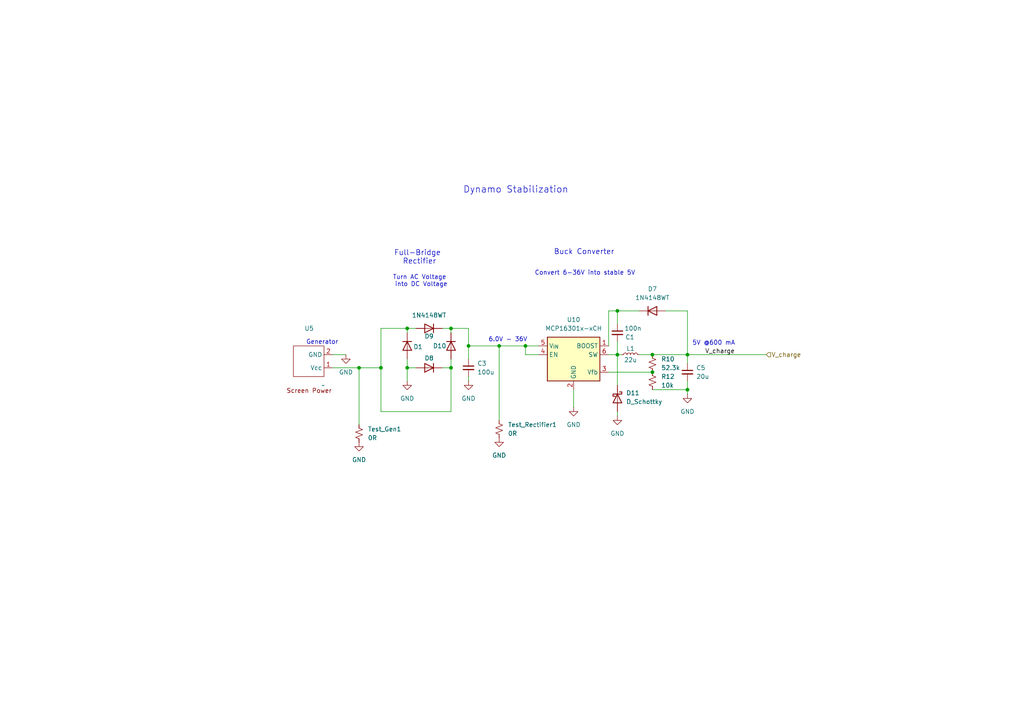
<source format=kicad_sch>
(kicad_sch
	(version 20250114)
	(generator "eeschema")
	(generator_version "9.0")
	(uuid "df82474a-b444-425b-908f-2b938e9c42d5")
	(paper "A4")
	(lib_symbols
		(symbol "Device:C_Small"
			(pin_numbers
				(hide yes)
			)
			(pin_names
				(offset 0.254)
				(hide yes)
			)
			(exclude_from_sim no)
			(in_bom yes)
			(on_board yes)
			(property "Reference" "C"
				(at 0.254 1.778 0)
				(effects
					(font
						(size 1.27 1.27)
					)
					(justify left)
				)
			)
			(property "Value" "C_Small"
				(at 0.254 -2.032 0)
				(effects
					(font
						(size 1.27 1.27)
					)
					(justify left)
				)
			)
			(property "Footprint" ""
				(at 0 0 0)
				(effects
					(font
						(size 1.27 1.27)
					)
					(hide yes)
				)
			)
			(property "Datasheet" "~"
				(at 0 0 0)
				(effects
					(font
						(size 1.27 1.27)
					)
					(hide yes)
				)
			)
			(property "Description" "Unpolarized capacitor, small symbol"
				(at 0 0 0)
				(effects
					(font
						(size 1.27 1.27)
					)
					(hide yes)
				)
			)
			(property "ki_keywords" "capacitor cap"
				(at 0 0 0)
				(effects
					(font
						(size 1.27 1.27)
					)
					(hide yes)
				)
			)
			(property "ki_fp_filters" "C_*"
				(at 0 0 0)
				(effects
					(font
						(size 1.27 1.27)
					)
					(hide yes)
				)
			)
			(symbol "C_Small_0_1"
				(polyline
					(pts
						(xy -1.524 0.508) (xy 1.524 0.508)
					)
					(stroke
						(width 0.3048)
						(type default)
					)
					(fill
						(type none)
					)
				)
				(polyline
					(pts
						(xy -1.524 -0.508) (xy 1.524 -0.508)
					)
					(stroke
						(width 0.3302)
						(type default)
					)
					(fill
						(type none)
					)
				)
			)
			(symbol "C_Small_1_1"
				(pin passive line
					(at 0 2.54 270)
					(length 2.032)
					(name "~"
						(effects
							(font
								(size 1.27 1.27)
							)
						)
					)
					(number "1"
						(effects
							(font
								(size 1.27 1.27)
							)
						)
					)
				)
				(pin passive line
					(at 0 -2.54 90)
					(length 2.032)
					(name "~"
						(effects
							(font
								(size 1.27 1.27)
							)
						)
					)
					(number "2"
						(effects
							(font
								(size 1.27 1.27)
							)
						)
					)
				)
			)
			(embedded_fonts no)
		)
		(symbol "Device:D_Schottky"
			(pin_numbers
				(hide yes)
			)
			(pin_names
				(offset 1.016)
				(hide yes)
			)
			(exclude_from_sim no)
			(in_bom yes)
			(on_board yes)
			(property "Reference" "D"
				(at 0 2.54 0)
				(effects
					(font
						(size 1.27 1.27)
					)
				)
			)
			(property "Value" "D_Schottky"
				(at 0 -2.54 0)
				(effects
					(font
						(size 1.27 1.27)
					)
				)
			)
			(property "Footprint" ""
				(at 0 0 0)
				(effects
					(font
						(size 1.27 1.27)
					)
					(hide yes)
				)
			)
			(property "Datasheet" "~"
				(at 0 0 0)
				(effects
					(font
						(size 1.27 1.27)
					)
					(hide yes)
				)
			)
			(property "Description" "Schottky diode"
				(at 0 0 0)
				(effects
					(font
						(size 1.27 1.27)
					)
					(hide yes)
				)
			)
			(property "ki_keywords" "diode Schottky"
				(at 0 0 0)
				(effects
					(font
						(size 1.27 1.27)
					)
					(hide yes)
				)
			)
			(property "ki_fp_filters" "TO-???* *_Diode_* *SingleDiode* D_*"
				(at 0 0 0)
				(effects
					(font
						(size 1.27 1.27)
					)
					(hide yes)
				)
			)
			(symbol "D_Schottky_0_1"
				(polyline
					(pts
						(xy -1.905 0.635) (xy -1.905 1.27) (xy -1.27 1.27) (xy -1.27 -1.27) (xy -0.635 -1.27) (xy -0.635 -0.635)
					)
					(stroke
						(width 0.254)
						(type default)
					)
					(fill
						(type none)
					)
				)
				(polyline
					(pts
						(xy 1.27 1.27) (xy 1.27 -1.27) (xy -1.27 0) (xy 1.27 1.27)
					)
					(stroke
						(width 0.254)
						(type default)
					)
					(fill
						(type none)
					)
				)
				(polyline
					(pts
						(xy 1.27 0) (xy -1.27 0)
					)
					(stroke
						(width 0)
						(type default)
					)
					(fill
						(type none)
					)
				)
			)
			(symbol "D_Schottky_1_1"
				(pin passive line
					(at -3.81 0 0)
					(length 2.54)
					(name "K"
						(effects
							(font
								(size 1.27 1.27)
							)
						)
					)
					(number "1"
						(effects
							(font
								(size 1.27 1.27)
							)
						)
					)
				)
				(pin passive line
					(at 3.81 0 180)
					(length 2.54)
					(name "A"
						(effects
							(font
								(size 1.27 1.27)
							)
						)
					)
					(number "2"
						(effects
							(font
								(size 1.27 1.27)
							)
						)
					)
				)
			)
			(embedded_fonts no)
		)
		(symbol "Device:L_Small"
			(pin_numbers
				(hide yes)
			)
			(pin_names
				(offset 0.254)
				(hide yes)
			)
			(exclude_from_sim no)
			(in_bom yes)
			(on_board yes)
			(property "Reference" "L"
				(at 0.762 1.016 0)
				(effects
					(font
						(size 1.27 1.27)
					)
					(justify left)
				)
			)
			(property "Value" "L_Small"
				(at 0.762 -1.016 0)
				(effects
					(font
						(size 1.27 1.27)
					)
					(justify left)
				)
			)
			(property "Footprint" ""
				(at 0 0 0)
				(effects
					(font
						(size 1.27 1.27)
					)
					(hide yes)
				)
			)
			(property "Datasheet" "~"
				(at 0 0 0)
				(effects
					(font
						(size 1.27 1.27)
					)
					(hide yes)
				)
			)
			(property "Description" "Inductor, small symbol"
				(at 0 0 0)
				(effects
					(font
						(size 1.27 1.27)
					)
					(hide yes)
				)
			)
			(property "ki_keywords" "inductor choke coil reactor magnetic"
				(at 0 0 0)
				(effects
					(font
						(size 1.27 1.27)
					)
					(hide yes)
				)
			)
			(property "ki_fp_filters" "Choke_* *Coil* Inductor_* L_*"
				(at 0 0 0)
				(effects
					(font
						(size 1.27 1.27)
					)
					(hide yes)
				)
			)
			(symbol "L_Small_0_1"
				(arc
					(start 0 2.032)
					(mid 0.5058 1.524)
					(end 0 1.016)
					(stroke
						(width 0)
						(type default)
					)
					(fill
						(type none)
					)
				)
				(arc
					(start 0 1.016)
					(mid 0.5058 0.508)
					(end 0 0)
					(stroke
						(width 0)
						(type default)
					)
					(fill
						(type none)
					)
				)
				(arc
					(start 0 0)
					(mid 0.5058 -0.508)
					(end 0 -1.016)
					(stroke
						(width 0)
						(type default)
					)
					(fill
						(type none)
					)
				)
				(arc
					(start 0 -1.016)
					(mid 0.5058 -1.524)
					(end 0 -2.032)
					(stroke
						(width 0)
						(type default)
					)
					(fill
						(type none)
					)
				)
			)
			(symbol "L_Small_1_1"
				(pin passive line
					(at 0 2.54 270)
					(length 0.508)
					(name "~"
						(effects
							(font
								(size 1.27 1.27)
							)
						)
					)
					(number "1"
						(effects
							(font
								(size 1.27 1.27)
							)
						)
					)
				)
				(pin passive line
					(at 0 -2.54 90)
					(length 0.508)
					(name "~"
						(effects
							(font
								(size 1.27 1.27)
							)
						)
					)
					(number "2"
						(effects
							(font
								(size 1.27 1.27)
							)
						)
					)
				)
			)
			(embedded_fonts no)
		)
		(symbol "Device:R_Small_US"
			(pin_numbers
				(hide yes)
			)
			(pin_names
				(offset 0.254)
				(hide yes)
			)
			(exclude_from_sim no)
			(in_bom yes)
			(on_board yes)
			(property "Reference" "R"
				(at 0.762 0.508 0)
				(effects
					(font
						(size 1.27 1.27)
					)
					(justify left)
				)
			)
			(property "Value" "R_Small_US"
				(at 0.762 -1.016 0)
				(effects
					(font
						(size 1.27 1.27)
					)
					(justify left)
				)
			)
			(property "Footprint" ""
				(at 0 0 0)
				(effects
					(font
						(size 1.27 1.27)
					)
					(hide yes)
				)
			)
			(property "Datasheet" "~"
				(at 0 0 0)
				(effects
					(font
						(size 1.27 1.27)
					)
					(hide yes)
				)
			)
			(property "Description" "Resistor, small US symbol"
				(at 0 0 0)
				(effects
					(font
						(size 1.27 1.27)
					)
					(hide yes)
				)
			)
			(property "ki_keywords" "r resistor"
				(at 0 0 0)
				(effects
					(font
						(size 1.27 1.27)
					)
					(hide yes)
				)
			)
			(property "ki_fp_filters" "R_*"
				(at 0 0 0)
				(effects
					(font
						(size 1.27 1.27)
					)
					(hide yes)
				)
			)
			(symbol "R_Small_US_1_1"
				(polyline
					(pts
						(xy 0 1.524) (xy 1.016 1.143) (xy 0 0.762) (xy -1.016 0.381) (xy 0 0)
					)
					(stroke
						(width 0)
						(type default)
					)
					(fill
						(type none)
					)
				)
				(polyline
					(pts
						(xy 0 0) (xy 1.016 -0.381) (xy 0 -0.762) (xy -1.016 -1.143) (xy 0 -1.524)
					)
					(stroke
						(width 0)
						(type default)
					)
					(fill
						(type none)
					)
				)
				(pin passive line
					(at 0 2.54 270)
					(length 1.016)
					(name "~"
						(effects
							(font
								(size 1.27 1.27)
							)
						)
					)
					(number "1"
						(effects
							(font
								(size 1.27 1.27)
							)
						)
					)
				)
				(pin passive line
					(at 0 -2.54 90)
					(length 1.016)
					(name "~"
						(effects
							(font
								(size 1.27 1.27)
							)
						)
					)
					(number "2"
						(effects
							(font
								(size 1.27 1.27)
							)
						)
					)
				)
			)
			(embedded_fonts no)
		)
		(symbol "Diode:1N4148WT"
			(pin_numbers
				(hide yes)
			)
			(pin_names
				(hide yes)
			)
			(exclude_from_sim no)
			(in_bom yes)
			(on_board yes)
			(property "Reference" "D"
				(at 0 2.54 0)
				(effects
					(font
						(size 1.27 1.27)
					)
				)
			)
			(property "Value" "1N4148WT"
				(at 0 -2.54 0)
				(effects
					(font
						(size 1.27 1.27)
					)
				)
			)
			(property "Footprint" "Diode_SMD:D_SOD-523"
				(at 0 -4.445 0)
				(effects
					(font
						(size 1.27 1.27)
					)
					(hide yes)
				)
			)
			(property "Datasheet" "https://www.diodes.com/assets/Datasheets/ds30396.pdf"
				(at 0 0 0)
				(effects
					(font
						(size 1.27 1.27)
					)
					(hide yes)
				)
			)
			(property "Description" "75V 0.15A Fast switching Diode, SOD-523"
				(at 0 0 0)
				(effects
					(font
						(size 1.27 1.27)
					)
					(hide yes)
				)
			)
			(property "Sim.Device" "D"
				(at 0 0 0)
				(effects
					(font
						(size 1.27 1.27)
					)
					(hide yes)
				)
			)
			(property "Sim.Pins" "1=K 2=A"
				(at 0 0 0)
				(effects
					(font
						(size 1.27 1.27)
					)
					(hide yes)
				)
			)
			(property "ki_keywords" "diode"
				(at 0 0 0)
				(effects
					(font
						(size 1.27 1.27)
					)
					(hide yes)
				)
			)
			(property "ki_fp_filters" "D*SOD?523*"
				(at 0 0 0)
				(effects
					(font
						(size 1.27 1.27)
					)
					(hide yes)
				)
			)
			(symbol "1N4148WT_0_1"
				(polyline
					(pts
						(xy -1.27 1.27) (xy -1.27 -1.27)
					)
					(stroke
						(width 0.254)
						(type default)
					)
					(fill
						(type none)
					)
				)
				(polyline
					(pts
						(xy 1.27 1.27) (xy 1.27 -1.27) (xy -1.27 0) (xy 1.27 1.27)
					)
					(stroke
						(width 0.254)
						(type default)
					)
					(fill
						(type none)
					)
				)
				(polyline
					(pts
						(xy 1.27 0) (xy -1.27 0)
					)
					(stroke
						(width 0)
						(type default)
					)
					(fill
						(type none)
					)
				)
			)
			(symbol "1N4148WT_1_1"
				(pin passive line
					(at -3.81 0 0)
					(length 2.54)
					(name "K"
						(effects
							(font
								(size 1.27 1.27)
							)
						)
					)
					(number "1"
						(effects
							(font
								(size 1.27 1.27)
							)
						)
					)
				)
				(pin passive line
					(at 3.81 0 180)
					(length 2.54)
					(name "A"
						(effects
							(font
								(size 1.27 1.27)
							)
						)
					)
					(number "2"
						(effects
							(font
								(size 1.27 1.27)
							)
						)
					)
				)
			)
			(embedded_fonts no)
		)
		(symbol "Elijahs_symbols:Cheap_Yellow_Display"
			(exclude_from_sim no)
			(in_bom yes)
			(on_board yes)
			(property "Reference" "U"
				(at 4.572 -0.762 0)
				(effects
					(font
						(size 1.27 1.27)
					)
				)
			)
			(property "Value" ""
				(at 0 0 0)
				(effects
					(font
						(size 1.27 1.27)
					)
				)
			)
			(property "Footprint" ""
				(at 0 0 0)
				(effects
					(font
						(size 1.27 1.27)
					)
					(hide yes)
				)
			)
			(property "Datasheet" ""
				(at 0 0 0)
				(effects
					(font
						(size 1.27 1.27)
					)
					(hide yes)
				)
			)
			(property "Description" ""
				(at 0 0 0)
				(effects
					(font
						(size 1.27 1.27)
					)
					(hide yes)
				)
			)
			(symbol "Cheap_Yellow_Display_0_1"
				(rectangle
					(start 0 -2.54)
					(end 8.89 -11.43)
					(stroke
						(width 0)
						(type default)
					)
					(fill
						(type none)
					)
				)
			)
			(symbol "Cheap_Yellow_Display_1_1"
				(text "Screen Power"
					(at 4.318 1.524 0)
					(effects
						(font
							(size 1.27 1.27)
						)
					)
				)
				(pin power_in line
					(at -2.54 -5.08 0)
					(length 2.54)
					(name "Vcc"
						(effects
							(font
								(size 1.27 1.27)
							)
						)
					)
					(number "1"
						(effects
							(font
								(size 1.27 1.27)
							)
						)
					)
				)
				(pin power_in line
					(at -2.54 -8.89 0)
					(length 2.54)
					(name "GND"
						(effects
							(font
								(size 1.27 1.27)
							)
						)
					)
					(number "2"
						(effects
							(font
								(size 1.27 1.27)
							)
						)
					)
				)
			)
			(embedded_fonts no)
		)
		(symbol "Regulator_Switching:MCP16301x-xCH"
			(exclude_from_sim no)
			(in_bom yes)
			(on_board yes)
			(property "Reference" "U"
				(at -7.62 6.35 0)
				(effects
					(font
						(size 1.27 1.27)
					)
					(justify left)
				)
			)
			(property "Value" "MCP16301x-xCH"
				(at 0 6.35 0)
				(effects
					(font
						(size 1.27 1.27)
					)
					(justify left)
				)
			)
			(property "Footprint" "Package_TO_SOT_SMD:SOT-23-6"
				(at 1.27 -8.89 0)
				(effects
					(font
						(size 1.27 1.27)
					)
					(justify left)
					(hide yes)
				)
			)
			(property "Datasheet" "http://ww1.microchip.com/downloads/en/DeviceDoc/20005004D.pdf"
				(at 0 10.16 0)
				(effects
					(font
						(size 1.27 1.27)
					)
					(hide yes)
				)
			)
			(property "Description" "1A, 4.0 to 30V Input, High Voltage Input integrated switch step-down regulator, SOT-23-6"
				(at 0 0 0)
				(effects
					(font
						(size 1.27 1.27)
					)
					(hide yes)
				)
			)
			(property "ki_keywords" "switching buck converter power-supply voltage regulator"
				(at 0 0 0)
				(effects
					(font
						(size 1.27 1.27)
					)
					(hide yes)
				)
			)
			(property "ki_fp_filters" "SOT?23*"
				(at 0 0 0)
				(effects
					(font
						(size 1.27 1.27)
					)
					(hide yes)
				)
			)
			(symbol "MCP16301x-xCH_0_1"
				(rectangle
					(start -7.62 5.08)
					(end 7.62 -7.62)
					(stroke
						(width 0.254)
						(type default)
					)
					(fill
						(type background)
					)
				)
			)
			(symbol "MCP16301x-xCH_1_1"
				(pin power_in line
					(at -10.16 2.54 0)
					(length 2.54)
					(name "V_{IN}"
						(effects
							(font
								(size 1.27 1.27)
							)
						)
					)
					(number "5"
						(effects
							(font
								(size 1.27 1.27)
							)
						)
					)
				)
				(pin input line
					(at -10.16 0 0)
					(length 2.54)
					(name "EN"
						(effects
							(font
								(size 1.27 1.27)
							)
						)
					)
					(number "4"
						(effects
							(font
								(size 1.27 1.27)
							)
						)
					)
				)
				(pin power_in line
					(at 0 -10.16 90)
					(length 2.54)
					(name "GND"
						(effects
							(font
								(size 1.27 1.27)
							)
						)
					)
					(number "2"
						(effects
							(font
								(size 1.27 1.27)
							)
						)
					)
				)
				(pin output line
					(at 10.16 2.54 180)
					(length 2.54)
					(name "BOOST"
						(effects
							(font
								(size 1.27 1.27)
							)
						)
					)
					(number "1"
						(effects
							(font
								(size 1.27 1.27)
							)
						)
					)
				)
				(pin output line
					(at 10.16 0 180)
					(length 2.54)
					(name "SW"
						(effects
							(font
								(size 1.27 1.27)
							)
						)
					)
					(number "6"
						(effects
							(font
								(size 1.27 1.27)
							)
						)
					)
				)
				(pin input line
					(at 10.16 -5.08 180)
					(length 2.54)
					(name "Vfb"
						(effects
							(font
								(size 1.27 1.27)
							)
						)
					)
					(number "3"
						(effects
							(font
								(size 1.27 1.27)
							)
						)
					)
				)
			)
			(embedded_fonts no)
		)
		(symbol "power:GND"
			(power)
			(pin_numbers
				(hide yes)
			)
			(pin_names
				(offset 0)
				(hide yes)
			)
			(exclude_from_sim no)
			(in_bom yes)
			(on_board yes)
			(property "Reference" "#PWR"
				(at 0 -6.35 0)
				(effects
					(font
						(size 1.27 1.27)
					)
					(hide yes)
				)
			)
			(property "Value" "GND"
				(at 0 -3.81 0)
				(effects
					(font
						(size 1.27 1.27)
					)
				)
			)
			(property "Footprint" ""
				(at 0 0 0)
				(effects
					(font
						(size 1.27 1.27)
					)
					(hide yes)
				)
			)
			(property "Datasheet" ""
				(at 0 0 0)
				(effects
					(font
						(size 1.27 1.27)
					)
					(hide yes)
				)
			)
			(property "Description" "Power symbol creates a global label with name \"GND\" , ground"
				(at 0 0 0)
				(effects
					(font
						(size 1.27 1.27)
					)
					(hide yes)
				)
			)
			(property "ki_keywords" "global power"
				(at 0 0 0)
				(effects
					(font
						(size 1.27 1.27)
					)
					(hide yes)
				)
			)
			(symbol "GND_0_1"
				(polyline
					(pts
						(xy 0 0) (xy 0 -1.27) (xy 1.27 -1.27) (xy 0 -2.54) (xy -1.27 -1.27) (xy 0 -1.27)
					)
					(stroke
						(width 0)
						(type default)
					)
					(fill
						(type none)
					)
				)
			)
			(symbol "GND_1_1"
				(pin power_in line
					(at 0 0 270)
					(length 0)
					(name "~"
						(effects
							(font
								(size 1.27 1.27)
							)
						)
					)
					(number "1"
						(effects
							(font
								(size 1.27 1.27)
							)
						)
					)
				)
			)
			(embedded_fonts no)
		)
	)
	(text "Convert 6-36V into stable 5V"
		(exclude_from_sim no)
		(at 169.672 79.248 0)
		(effects
			(font
				(size 1.27 1.27)
			)
		)
		(uuid "10bf88c1-c380-4672-9fff-8e27fe4abbc1")
	)
	(text "5V @600 mA"
		(exclude_from_sim no)
		(at 207.01 99.568 0)
		(effects
			(font
				(size 1.27 1.27)
			)
		)
		(uuid "4b251f1f-5ba8-455a-b4e0-566b59c085be")
	)
	(text "Dynamo Stabilization"
		(exclude_from_sim no)
		(at 149.606 55.118 0)
		(effects
			(font
				(size 1.905 1.905)
			)
		)
		(uuid "555c5cdb-7154-466d-9138-be6101b05aca")
	)
	(text "Full-Bridge \nRectifier"
		(exclude_from_sim no)
		(at 121.666 74.676 0)
		(effects
			(font
				(size 1.524 1.524)
			)
		)
		(uuid "5b9ebef5-f506-4163-ac34-14353fe7d3a5")
	)
	(text "Generator"
		(exclude_from_sim no)
		(at 93.472 99.314 0)
		(effects
			(font
				(size 1.27 1.27)
			)
		)
		(uuid "6d9b7753-8d12-4f0e-ab78-7ec68665ebf8")
	)
	(text "Buck Converter"
		(exclude_from_sim no)
		(at 169.418 73.152 0)
		(effects
			(font
				(size 1.524 1.524)
			)
		)
		(uuid "b67a2d63-83a2-41cf-b781-2d908218a3e0")
	)
	(text "Turn AC Voltage \ninto DC Voltage"
		(exclude_from_sim no)
		(at 122.174 81.534 0)
		(effects
			(font
				(size 1.27 1.27)
			)
		)
		(uuid "dfc9bf1c-d711-4f6d-965a-e70029a2831b")
	)
	(text "6.0V - 36V"
		(exclude_from_sim no)
		(at 147.32 98.552 0)
		(effects
			(font
				(size 1.27 1.27)
			)
		)
		(uuid "e092c538-b1fa-48f6-9fcc-28a0a3826685")
	)
	(junction
		(at 110.49 106.68)
		(diameter 0)
		(color 0 0 0 0)
		(uuid "0a83b941-bbfd-4a9d-8f8d-f03728b56d47")
	)
	(junction
		(at 179.07 90.17)
		(diameter 0)
		(color 0 0 0 0)
		(uuid "0e4aeb5e-a39e-43d5-a078-4d081ff25dbd")
	)
	(junction
		(at 135.89 100.33)
		(diameter 0)
		(color 0 0 0 0)
		(uuid "1143b2c8-3c87-4476-b409-023f8d1fd478")
	)
	(junction
		(at 189.23 107.95)
		(diameter 0)
		(color 0 0 0 0)
		(uuid "3692773b-0f1c-4324-aaaf-86cc23ad7610")
	)
	(junction
		(at 104.14 106.68)
		(diameter 0)
		(color 0 0 0 0)
		(uuid "4bf36f03-ce4b-4991-96ca-3875de355e16")
	)
	(junction
		(at 130.81 95.25)
		(diameter 0)
		(color 0 0 0 0)
		(uuid "575b0533-3b7b-4dfc-adf4-42794aebeddc")
	)
	(junction
		(at 118.11 95.25)
		(diameter 0)
		(color 0 0 0 0)
		(uuid "73131e0e-99e1-4878-a31e-dc0596632490")
	)
	(junction
		(at 118.11 106.68)
		(diameter 0)
		(color 0 0 0 0)
		(uuid "85960cc8-b812-40ce-8718-e1bc005ed0f0")
	)
	(junction
		(at 199.39 113.03)
		(diameter 0)
		(color 0 0 0 0)
		(uuid "967dcf33-13a1-4f68-bbc6-af60d8613e8e")
	)
	(junction
		(at 152.4 100.33)
		(diameter 0)
		(color 0 0 0 0)
		(uuid "a2ea9751-0689-426a-b817-2cb63e2b5841")
	)
	(junction
		(at 179.07 102.87)
		(diameter 0)
		(color 0 0 0 0)
		(uuid "a5863415-c60b-4b55-b9b4-486e7194b29c")
	)
	(junction
		(at 189.23 102.87)
		(diameter 0)
		(color 0 0 0 0)
		(uuid "a5ba4132-4540-4a2d-8a47-865f5b57b59d")
	)
	(junction
		(at 130.81 106.68)
		(diameter 0)
		(color 0 0 0 0)
		(uuid "b599bb50-3e4b-42f5-b0ca-dcead7089075")
	)
	(junction
		(at 144.78 100.33)
		(diameter 0)
		(color 0 0 0 0)
		(uuid "c041af6b-1872-4a45-9eb3-aba6bae76e7b")
	)
	(junction
		(at 199.39 102.87)
		(diameter 0)
		(color 0 0 0 0)
		(uuid "e00ae298-8446-40ef-853c-4af58f2f6994")
	)
	(wire
		(pts
			(xy 179.07 119.38) (xy 179.07 120.65)
		)
		(stroke
			(width 0)
			(type default)
		)
		(uuid "012d41ee-e63e-4c3a-865d-0e145615d990")
	)
	(wire
		(pts
			(xy 110.49 106.68) (xy 110.49 119.38)
		)
		(stroke
			(width 0)
			(type default)
		)
		(uuid "02c9076f-6ad3-4ab2-8d08-606b88c23434")
	)
	(wire
		(pts
			(xy 104.14 106.68) (xy 110.49 106.68)
		)
		(stroke
			(width 0)
			(type default)
		)
		(uuid "058fdf9d-132b-43ea-8ce4-5cb7fdc0fea5")
	)
	(wire
		(pts
			(xy 193.04 90.17) (xy 199.39 90.17)
		)
		(stroke
			(width 0)
			(type default)
		)
		(uuid "09db966d-1150-4ebb-91ce-fefed878a1ab")
	)
	(wire
		(pts
			(xy 144.78 100.33) (xy 152.4 100.33)
		)
		(stroke
			(width 0)
			(type default)
		)
		(uuid "160bf70d-b487-4450-844f-1c8db9dd47fb")
	)
	(wire
		(pts
			(xy 152.4 100.33) (xy 156.21 100.33)
		)
		(stroke
			(width 0)
			(type default)
		)
		(uuid "19099a04-0535-4401-beff-c82b5ee512ec")
	)
	(wire
		(pts
			(xy 118.11 95.25) (xy 110.49 95.25)
		)
		(stroke
			(width 0)
			(type default)
		)
		(uuid "1a4f775d-1123-4197-86cd-92be75c23a2b")
	)
	(wire
		(pts
			(xy 118.11 106.68) (xy 118.11 110.49)
		)
		(stroke
			(width 0)
			(type default)
		)
		(uuid "1bf58fd8-11a6-44fd-a0c6-cffdbe82503b")
	)
	(wire
		(pts
			(xy 120.65 106.68) (xy 118.11 106.68)
		)
		(stroke
			(width 0)
			(type default)
		)
		(uuid "2b03fc09-5cd9-4caf-8e76-124a9eceacc5")
	)
	(wire
		(pts
			(xy 179.07 102.87) (xy 180.34 102.87)
		)
		(stroke
			(width 0)
			(type default)
		)
		(uuid "2c2f4b4c-842a-47f7-82d9-debd4cc7dfea")
	)
	(wire
		(pts
			(xy 120.65 95.25) (xy 118.11 95.25)
		)
		(stroke
			(width 0)
			(type default)
		)
		(uuid "2f305a5e-420f-4f3b-aafc-4143c5d9ee03")
	)
	(wire
		(pts
			(xy 135.89 109.22) (xy 135.89 110.49)
		)
		(stroke
			(width 0)
			(type default)
		)
		(uuid "3015a7fa-b2ad-408a-9e49-02395496a182")
	)
	(wire
		(pts
			(xy 176.53 102.87) (xy 179.07 102.87)
		)
		(stroke
			(width 0)
			(type default)
		)
		(uuid "30fec398-94d7-4a3b-bc72-c53f52f32470")
	)
	(wire
		(pts
			(xy 199.39 113.03) (xy 199.39 114.3)
		)
		(stroke
			(width 0)
			(type default)
		)
		(uuid "31341a0f-42e5-4e4d-89e8-e670d1bf01e4")
	)
	(wire
		(pts
			(xy 179.07 99.06) (xy 179.07 102.87)
		)
		(stroke
			(width 0)
			(type default)
		)
		(uuid "362183a4-d6a9-4356-b5ce-b627e2b5e149")
	)
	(wire
		(pts
			(xy 135.89 100.33) (xy 144.78 100.33)
		)
		(stroke
			(width 0)
			(type default)
		)
		(uuid "3b4f145f-9a41-4342-ae17-6ed50ecd83c4")
	)
	(wire
		(pts
			(xy 185.42 102.87) (xy 189.23 102.87)
		)
		(stroke
			(width 0)
			(type default)
		)
		(uuid "3f30534f-b3b9-4d8f-9f7d-215722463003")
	)
	(wire
		(pts
			(xy 110.49 95.25) (xy 110.49 106.68)
		)
		(stroke
			(width 0)
			(type default)
		)
		(uuid "40d2924a-af76-4dfb-b72f-ad1b944c1008")
	)
	(wire
		(pts
			(xy 199.39 102.87) (xy 222.25 102.87)
		)
		(stroke
			(width 0)
			(type default)
		)
		(uuid "43e848cb-381d-4b20-a94e-c9ad5e8feb0c")
	)
	(wire
		(pts
			(xy 135.89 95.25) (xy 135.89 100.33)
		)
		(stroke
			(width 0)
			(type default)
		)
		(uuid "4737492d-0800-4480-bd32-e9740f2d4d0b")
	)
	(wire
		(pts
			(xy 110.49 119.38) (xy 130.81 119.38)
		)
		(stroke
			(width 0)
			(type default)
		)
		(uuid "47810ecc-c4a6-48ef-bc70-767da5631cb8")
	)
	(wire
		(pts
			(xy 179.07 90.17) (xy 185.42 90.17)
		)
		(stroke
			(width 0)
			(type default)
		)
		(uuid "4df956f2-8477-4181-b36e-15a751d5032e")
	)
	(wire
		(pts
			(xy 130.81 106.68) (xy 130.81 119.38)
		)
		(stroke
			(width 0)
			(type default)
		)
		(uuid "5957461f-3492-4697-b666-2413412f75f8")
	)
	(wire
		(pts
			(xy 128.27 95.25) (xy 130.81 95.25)
		)
		(stroke
			(width 0)
			(type default)
		)
		(uuid "5c59f176-0e8c-4a1e-b472-c95bb2323bf9")
	)
	(wire
		(pts
			(xy 179.07 90.17) (xy 179.07 93.98)
		)
		(stroke
			(width 0)
			(type default)
		)
		(uuid "679dff17-6ee1-4793-a8cb-7352a3378932")
	)
	(wire
		(pts
			(xy 179.07 102.87) (xy 179.07 111.76)
		)
		(stroke
			(width 0)
			(type default)
		)
		(uuid "6b7d32a6-880c-4548-98d2-607d2efb8fa7")
	)
	(wire
		(pts
			(xy 199.39 90.17) (xy 199.39 102.87)
		)
		(stroke
			(width 0)
			(type default)
		)
		(uuid "7402560d-cd31-4d6a-a33d-d0d28c4037e7")
	)
	(wire
		(pts
			(xy 96.52 106.68) (xy 104.14 106.68)
		)
		(stroke
			(width 0)
			(type default)
		)
		(uuid "90c60aec-00bf-4bfa-836a-736b63e19933")
	)
	(wire
		(pts
			(xy 130.81 104.14) (xy 130.81 106.68)
		)
		(stroke
			(width 0)
			(type default)
		)
		(uuid "949f5e85-bb14-4ad5-a97f-3041495fd1bb")
	)
	(wire
		(pts
			(xy 189.23 102.87) (xy 199.39 102.87)
		)
		(stroke
			(width 0)
			(type default)
		)
		(uuid "9596c942-e346-4aaa-b8a7-2dc6fab266d4")
	)
	(wire
		(pts
			(xy 130.81 96.52) (xy 130.81 95.25)
		)
		(stroke
			(width 0)
			(type default)
		)
		(uuid "982a2dd1-9642-43b3-b0d9-bb524a46bc63")
	)
	(wire
		(pts
			(xy 135.89 100.33) (xy 135.89 104.14)
		)
		(stroke
			(width 0)
			(type default)
		)
		(uuid "9d819eef-1862-4c06-845a-7d8d72c4df91")
	)
	(wire
		(pts
			(xy 118.11 96.52) (xy 118.11 95.25)
		)
		(stroke
			(width 0)
			(type default)
		)
		(uuid "9f18601b-a510-4fcf-9ead-a37684b644eb")
	)
	(wire
		(pts
			(xy 199.39 102.87) (xy 199.39 105.41)
		)
		(stroke
			(width 0)
			(type default)
		)
		(uuid "a0a27e29-7484-4886-b247-6182fa5cbd93")
	)
	(wire
		(pts
			(xy 118.11 106.68) (xy 118.11 104.14)
		)
		(stroke
			(width 0)
			(type default)
		)
		(uuid "af781412-76d5-4581-8f7d-cc59926c3764")
	)
	(wire
		(pts
			(xy 176.53 107.95) (xy 189.23 107.95)
		)
		(stroke
			(width 0)
			(type default)
		)
		(uuid "b5f16d66-b4c8-48c4-ae8e-36040aa4b197")
	)
	(wire
		(pts
			(xy 96.52 102.87) (xy 100.33 102.87)
		)
		(stroke
			(width 0)
			(type default)
		)
		(uuid "bc4de3dd-4a7b-4e22-ad6e-553e57bc9e82")
	)
	(wire
		(pts
			(xy 166.37 113.03) (xy 166.37 118.11)
		)
		(stroke
			(width 0)
			(type default)
		)
		(uuid "c09cad84-8dfb-42f7-a3b3-96b94b0547d9")
	)
	(wire
		(pts
			(xy 176.53 100.33) (xy 176.53 90.17)
		)
		(stroke
			(width 0)
			(type default)
		)
		(uuid "c5131bc1-9507-4c4b-b0c2-630f472fac7c")
	)
	(wire
		(pts
			(xy 152.4 100.33) (xy 152.4 102.87)
		)
		(stroke
			(width 0)
			(type default)
		)
		(uuid "cf379dd3-7578-4448-970e-bdca15404a09")
	)
	(wire
		(pts
			(xy 199.39 110.49) (xy 199.39 113.03)
		)
		(stroke
			(width 0)
			(type default)
		)
		(uuid "cfbf53e0-d51e-4635-afae-b52ee66129e2")
	)
	(wire
		(pts
			(xy 104.14 123.19) (xy 104.14 106.68)
		)
		(stroke
			(width 0)
			(type default)
		)
		(uuid "d3087be3-90a8-4808-9ec9-61649d64e21e")
	)
	(wire
		(pts
			(xy 156.21 102.87) (xy 152.4 102.87)
		)
		(stroke
			(width 0)
			(type default)
		)
		(uuid "d5d9e1d1-006a-4dd6-b07c-e66f2f5a3cf3")
	)
	(wire
		(pts
			(xy 199.39 113.03) (xy 189.23 113.03)
		)
		(stroke
			(width 0)
			(type default)
		)
		(uuid "dd6a0eda-2e0b-4a4f-8547-8fd48ff0a2fa")
	)
	(wire
		(pts
			(xy 130.81 95.25) (xy 135.89 95.25)
		)
		(stroke
			(width 0)
			(type default)
		)
		(uuid "ea035371-64e8-47fc-8381-44e035ffbde5")
	)
	(wire
		(pts
			(xy 176.53 90.17) (xy 179.07 90.17)
		)
		(stroke
			(width 0)
			(type default)
		)
		(uuid "ef51a1b0-31c6-47d6-8745-e10e94571883")
	)
	(wire
		(pts
			(xy 128.27 106.68) (xy 130.81 106.68)
		)
		(stroke
			(width 0)
			(type default)
		)
		(uuid "f7205497-d842-4d67-bb44-4fe478124f51")
	)
	(wire
		(pts
			(xy 144.78 121.92) (xy 144.78 100.33)
		)
		(stroke
			(width 0)
			(type default)
		)
		(uuid "fa81b9ee-f4fe-4ffb-a02d-f09343791831")
	)
	(label "V_charge"
		(at 204.47 102.87 0)
		(effects
			(font
				(size 1.27 1.27)
			)
			(justify left bottom)
		)
		(uuid "d5f2531b-fc75-4b04-81cd-1ea49bc275c5")
	)
	(hierarchical_label "V_charge"
		(shape input)
		(at 222.25 102.87 0)
		(effects
			(font
				(size 1.27 1.27)
			)
			(justify left)
		)
		(uuid "b83dd53a-ec37-4d9c-8628-479d2c266858")
	)
	(symbol
		(lib_id "Diode:1N4148WT")
		(at 118.11 100.33 270)
		(unit 1)
		(exclude_from_sim no)
		(in_bom yes)
		(on_board yes)
		(dnp no)
		(uuid "1efc30a6-9c1a-4ab8-af44-b623bd7f3725")
		(property "Reference" "D1"
			(at 119.888 100.584 90)
			(effects
				(font
					(size 1.27 1.27)
				)
				(justify left)
			)
		)
		(property "Value" "1N4148WT"
			(at 131.318 88.138 90)
			(effects
				(font
					(size 1.27 1.27)
				)
				(justify left)
				(hide yes)
			)
		)
		(property "Footprint" "LED_THT:LED_D3.0mm_Clear"
			(at 113.665 100.33 0)
			(effects
				(font
					(size 1.27 1.27)
				)
				(hide yes)
			)
		)
		(property "Datasheet" "https://www.diodes.com/assets/Datasheets/ds30396.pdf"
			(at 118.11 100.33 0)
			(effects
				(font
					(size 1.27 1.27)
				)
				(hide yes)
			)
		)
		(property "Description" "75V 0.15A Fast switching Diode, SOD-523"
			(at 118.11 100.33 0)
			(effects
				(font
					(size 1.27 1.27)
				)
				(hide yes)
			)
		)
		(property "Sim.Device" "D"
			(at 118.11 100.33 0)
			(effects
				(font
					(size 1.27 1.27)
				)
				(hide yes)
			)
		)
		(property "Sim.Pins" "1=K 2=A"
			(at 118.11 100.33 0)
			(effects
				(font
					(size 1.27 1.27)
				)
				(hide yes)
			)
		)
		(pin "2"
			(uuid "111aa958-7045-4466-a8d5-6bd80dbd040a")
		)
		(pin "1"
			(uuid "e7987eb8-198d-4002-ae08-402e8d170162")
		)
		(instances
			(project "411 Schematic-2025-11-16"
				(path "/d2e2892e-be0f-4a6a-9262-5a0d7272f4d0/9344ace5-ae5e-4ff7-9a9e-9806f53210e0"
					(reference "D1")
					(unit 1)
				)
			)
		)
	)
	(symbol
		(lib_id "Device:D_Schottky")
		(at 179.07 115.57 270)
		(unit 1)
		(exclude_from_sim no)
		(in_bom yes)
		(on_board yes)
		(dnp no)
		(fields_autoplaced yes)
		(uuid "2e6daa15-241e-4e48-9936-655703d260d3")
		(property "Reference" "D11"
			(at 181.61 113.9824 90)
			(effects
				(font
					(size 1.27 1.27)
				)
				(justify left)
			)
		)
		(property "Value" "D_Schottky"
			(at 181.61 116.5224 90)
			(effects
				(font
					(size 1.27 1.27)
				)
				(justify left)
			)
		)
		(property "Footprint" "Diode_THT:D_A-405_P7.62mm_Horizontal"
			(at 179.07 115.57 0)
			(effects
				(font
					(size 1.27 1.27)
				)
				(hide yes)
			)
		)
		(property "Datasheet" "~"
			(at 179.07 115.57 0)
			(effects
				(font
					(size 1.27 1.27)
				)
				(hide yes)
			)
		)
		(property "Description" "Schottky diode"
			(at 179.07 115.57 0)
			(effects
				(font
					(size 1.27 1.27)
				)
				(hide yes)
			)
		)
		(pin "2"
			(uuid "019d2fcf-266a-4de9-8ae9-962b2c757358")
		)
		(pin "1"
			(uuid "635de9e2-0d9d-41ec-9e67-822f0a12d8d8")
		)
		(instances
			(project "411 Schematic-2025-11-16"
				(path "/d2e2892e-be0f-4a6a-9262-5a0d7272f4d0/9344ace5-ae5e-4ff7-9a9e-9806f53210e0"
					(reference "D11")
					(unit 1)
				)
			)
		)
	)
	(symbol
		(lib_id "power:GND")
		(at 100.33 102.87 0)
		(unit 1)
		(exclude_from_sim no)
		(in_bom yes)
		(on_board yes)
		(dnp no)
		(fields_autoplaced yes)
		(uuid "3e5dfac1-6fec-4547-84cd-9576414078f3")
		(property "Reference" "#PWR011"
			(at 100.33 109.22 0)
			(effects
				(font
					(size 1.27 1.27)
				)
				(hide yes)
			)
		)
		(property "Value" "GND"
			(at 100.33 107.95 0)
			(effects
				(font
					(size 1.27 1.27)
				)
			)
		)
		(property "Footprint" ""
			(at 100.33 102.87 0)
			(effects
				(font
					(size 1.27 1.27)
				)
				(hide yes)
			)
		)
		(property "Datasheet" ""
			(at 100.33 102.87 0)
			(effects
				(font
					(size 1.27 1.27)
				)
				(hide yes)
			)
		)
		(property "Description" "Power symbol creates a global label with name \"GND\" , ground"
			(at 100.33 102.87 0)
			(effects
				(font
					(size 1.27 1.27)
				)
				(hide yes)
			)
		)
		(pin "1"
			(uuid "ac1009e4-8fd1-4721-988e-0b6729273892")
		)
		(instances
			(project "411 Schematic-2025-11-16"
				(path "/d2e2892e-be0f-4a6a-9262-5a0d7272f4d0/9344ace5-ae5e-4ff7-9a9e-9806f53210e0"
					(reference "#PWR011")
					(unit 1)
				)
			)
		)
	)
	(symbol
		(lib_id "Device:R_Small_US")
		(at 189.23 105.41 0)
		(unit 1)
		(exclude_from_sim no)
		(in_bom yes)
		(on_board yes)
		(dnp no)
		(fields_autoplaced yes)
		(uuid "4d230d32-96b4-458d-9049-887e99f0ef36")
		(property "Reference" "R10"
			(at 191.77 104.1399 0)
			(effects
				(font
					(size 1.27 1.27)
				)
				(justify left)
			)
		)
		(property "Value" "52.3k"
			(at 191.77 106.6799 0)
			(effects
				(font
					(size 1.27 1.27)
				)
				(justify left)
			)
		)
		(property "Footprint" "Resistor_THT:R_Axial_DIN0207_L6.3mm_D2.5mm_P10.16mm_Horizontal"
			(at 189.23 105.41 0)
			(effects
				(font
					(size 1.27 1.27)
				)
				(hide yes)
			)
		)
		(property "Datasheet" "~"
			(at 189.23 105.41 0)
			(effects
				(font
					(size 1.27 1.27)
				)
				(hide yes)
			)
		)
		(property "Description" "Resistor, small US symbol"
			(at 189.23 105.41 0)
			(effects
				(font
					(size 1.27 1.27)
				)
				(hide yes)
			)
		)
		(pin "1"
			(uuid "596ae845-891f-4db4-a94b-dc31fd442e63")
		)
		(pin "2"
			(uuid "1c2b6133-0b06-42ce-8a03-1e5e07ec2406")
		)
		(instances
			(project "411 Schematic-2025-11-16"
				(path "/d2e2892e-be0f-4a6a-9262-5a0d7272f4d0/9344ace5-ae5e-4ff7-9a9e-9806f53210e0"
					(reference "R10")
					(unit 1)
				)
			)
		)
	)
	(symbol
		(lib_id "Diode:1N4148WT")
		(at 124.46 106.68 180)
		(unit 1)
		(exclude_from_sim no)
		(in_bom yes)
		(on_board yes)
		(dnp no)
		(uuid "4d8f380b-db29-4606-8c32-d7e01911cd5c")
		(property "Reference" "D8"
			(at 124.46 103.886 0)
			(effects
				(font
					(size 1.27 1.27)
				)
			)
		)
		(property "Value" "1N4148WT"
			(at 139.192 93.98 0)
			(effects
				(font
					(size 1.27 1.27)
				)
				(hide yes)
			)
		)
		(property "Footprint" "LED_THT:LED_D3.0mm_Clear"
			(at 124.46 102.235 0)
			(effects
				(font
					(size 1.27 1.27)
				)
				(hide yes)
			)
		)
		(property "Datasheet" "https://www.diodes.com/assets/Datasheets/ds30396.pdf"
			(at 124.46 106.68 0)
			(effects
				(font
					(size 1.27 1.27)
				)
				(hide yes)
			)
		)
		(property "Description" "75V 0.15A Fast switching Diode, SOD-523"
			(at 124.46 106.68 0)
			(effects
				(font
					(size 1.27 1.27)
				)
				(hide yes)
			)
		)
		(property "Sim.Device" "D"
			(at 124.46 106.68 0)
			(effects
				(font
					(size 1.27 1.27)
				)
				(hide yes)
			)
		)
		(property "Sim.Pins" "1=K 2=A"
			(at 124.46 106.68 0)
			(effects
				(font
					(size 1.27 1.27)
				)
				(hide yes)
			)
		)
		(pin "2"
			(uuid "51564408-9480-44c9-99b6-8130f4249e98")
		)
		(pin "1"
			(uuid "76342e06-f0ff-46b2-a6fd-ec90f108ef70")
		)
		(instances
			(project "411 Schematic-2025-11-16"
				(path "/d2e2892e-be0f-4a6a-9262-5a0d7272f4d0/9344ace5-ae5e-4ff7-9a9e-9806f53210e0"
					(reference "D8")
					(unit 1)
				)
			)
		)
	)
	(symbol
		(lib_id "power:GND")
		(at 118.11 110.49 0)
		(unit 1)
		(exclude_from_sim no)
		(in_bom yes)
		(on_board yes)
		(dnp no)
		(fields_autoplaced yes)
		(uuid "55004715-57da-4e2b-980b-1ce43ba7b67f")
		(property "Reference" "#PWR029"
			(at 118.11 116.84 0)
			(effects
				(font
					(size 1.27 1.27)
				)
				(hide yes)
			)
		)
		(property "Value" "GND"
			(at 118.11 115.57 0)
			(effects
				(font
					(size 1.27 1.27)
				)
			)
		)
		(property "Footprint" ""
			(at 118.11 110.49 0)
			(effects
				(font
					(size 1.27 1.27)
				)
				(hide yes)
			)
		)
		(property "Datasheet" ""
			(at 118.11 110.49 0)
			(effects
				(font
					(size 1.27 1.27)
				)
				(hide yes)
			)
		)
		(property "Description" "Power symbol creates a global label with name \"GND\" , ground"
			(at 118.11 110.49 0)
			(effects
				(font
					(size 1.27 1.27)
				)
				(hide yes)
			)
		)
		(pin "1"
			(uuid "7409ceac-70f0-41b6-81de-c9f0e0e97c72")
		)
		(instances
			(project "411 Schematic-2025-11-16"
				(path "/d2e2892e-be0f-4a6a-9262-5a0d7272f4d0/9344ace5-ae5e-4ff7-9a9e-9806f53210e0"
					(reference "#PWR029")
					(unit 1)
				)
			)
		)
	)
	(symbol
		(lib_id "Device:C_Small")
		(at 135.89 106.68 0)
		(unit 1)
		(exclude_from_sim no)
		(in_bom yes)
		(on_board yes)
		(dnp no)
		(fields_autoplaced yes)
		(uuid "579e9c5c-8d13-47f3-a24d-783f3a88a018")
		(property "Reference" "C3"
			(at 138.43 105.4162 0)
			(effects
				(font
					(size 1.27 1.27)
				)
				(justify left)
			)
		)
		(property "Value" "100u"
			(at 138.43 107.9562 0)
			(effects
				(font
					(size 1.27 1.27)
				)
				(justify left)
			)
		)
		(property "Footprint" "Capacitor_THT:CP_Radial_D4.0mm_P2.00mm"
			(at 135.89 106.68 0)
			(effects
				(font
					(size 1.27 1.27)
				)
				(hide yes)
			)
		)
		(property "Datasheet" "~"
			(at 135.89 106.68 0)
			(effects
				(font
					(size 1.27 1.27)
				)
				(hide yes)
			)
		)
		(property "Description" "Unpolarized capacitor, small symbol"
			(at 135.89 106.68 0)
			(effects
				(font
					(size 1.27 1.27)
				)
				(hide yes)
			)
		)
		(pin "1"
			(uuid "ef144d60-127e-45fc-8688-0838e8842765")
		)
		(pin "2"
			(uuid "b0dbeadc-9446-4f0a-b167-10fad406bccd")
		)
		(instances
			(project "411 Schematic-2025-11-16"
				(path "/d2e2892e-be0f-4a6a-9262-5a0d7272f4d0/9344ace5-ae5e-4ff7-9a9e-9806f53210e0"
					(reference "C3")
					(unit 1)
				)
			)
		)
	)
	(symbol
		(lib_id "Diode:1N4148WT")
		(at 124.46 95.25 180)
		(unit 1)
		(exclude_from_sim no)
		(in_bom yes)
		(on_board yes)
		(dnp no)
		(uuid "67053cac-bec8-4a8d-a663-06dac543f28e")
		(property "Reference" "D9"
			(at 124.46 97.536 0)
			(effects
				(font
					(size 1.27 1.27)
				)
			)
		)
		(property "Value" "1N4148WT"
			(at 124.46 91.44 0)
			(effects
				(font
					(size 1.27 1.27)
				)
			)
		)
		(property "Footprint" "LED_THT:LED_D3.0mm_Clear"
			(at 124.46 90.805 0)
			(effects
				(font
					(size 1.27 1.27)
				)
				(hide yes)
			)
		)
		(property "Datasheet" "https://www.diodes.com/assets/Datasheets/ds30396.pdf"
			(at 124.46 95.25 0)
			(effects
				(font
					(size 1.27 1.27)
				)
				(hide yes)
			)
		)
		(property "Description" "75V 0.15A Fast switching Diode, SOD-523"
			(at 124.46 95.25 0)
			(effects
				(font
					(size 1.27 1.27)
				)
				(hide yes)
			)
		)
		(property "Sim.Device" "D"
			(at 124.46 95.25 0)
			(effects
				(font
					(size 1.27 1.27)
				)
				(hide yes)
			)
		)
		(property "Sim.Pins" "1=K 2=A"
			(at 124.46 95.25 0)
			(effects
				(font
					(size 1.27 1.27)
				)
				(hide yes)
			)
		)
		(pin "2"
			(uuid "5ececeae-fd98-4434-bc5a-729cbd1f2b3d")
		)
		(pin "1"
			(uuid "9d25203c-3e99-481c-b301-ae95b8523b09")
		)
		(instances
			(project "411 Schematic-2025-11-16"
				(path "/d2e2892e-be0f-4a6a-9262-5a0d7272f4d0/9344ace5-ae5e-4ff7-9a9e-9806f53210e0"
					(reference "D9")
					(unit 1)
				)
			)
		)
	)
	(symbol
		(lib_id "power:GND")
		(at 144.78 127 0)
		(unit 1)
		(exclude_from_sim no)
		(in_bom yes)
		(on_board yes)
		(dnp no)
		(fields_autoplaced yes)
		(uuid "6971ab71-fde8-4736-8f76-f3685eb5967d")
		(property "Reference" "#PWR043"
			(at 144.78 133.35 0)
			(effects
				(font
					(size 1.27 1.27)
				)
				(hide yes)
			)
		)
		(property "Value" "GND"
			(at 144.78 132.08 0)
			(effects
				(font
					(size 1.27 1.27)
				)
			)
		)
		(property "Footprint" ""
			(at 144.78 127 0)
			(effects
				(font
					(size 1.27 1.27)
				)
				(hide yes)
			)
		)
		(property "Datasheet" ""
			(at 144.78 127 0)
			(effects
				(font
					(size 1.27 1.27)
				)
				(hide yes)
			)
		)
		(property "Description" "Power symbol creates a global label with name \"GND\" , ground"
			(at 144.78 127 0)
			(effects
				(font
					(size 1.27 1.27)
				)
				(hide yes)
			)
		)
		(pin "1"
			(uuid "8d38cb80-2fca-4faf-86c4-9b42eeb6f9b8")
		)
		(instances
			(project "411 Schematic-2025-11-16"
				(path "/d2e2892e-be0f-4a6a-9262-5a0d7272f4d0/9344ace5-ae5e-4ff7-9a9e-9806f53210e0"
					(reference "#PWR043")
					(unit 1)
				)
			)
		)
	)
	(symbol
		(lib_id "power:GND")
		(at 104.14 128.27 0)
		(unit 1)
		(exclude_from_sim no)
		(in_bom yes)
		(on_board yes)
		(dnp no)
		(fields_autoplaced yes)
		(uuid "6e3db405-810b-4b8c-8bb1-355854953ba8")
		(property "Reference" "#PWR042"
			(at 104.14 134.62 0)
			(effects
				(font
					(size 1.27 1.27)
				)
				(hide yes)
			)
		)
		(property "Value" "GND"
			(at 104.14 133.35 0)
			(effects
				(font
					(size 1.27 1.27)
				)
			)
		)
		(property "Footprint" ""
			(at 104.14 128.27 0)
			(effects
				(font
					(size 1.27 1.27)
				)
				(hide yes)
			)
		)
		(property "Datasheet" ""
			(at 104.14 128.27 0)
			(effects
				(font
					(size 1.27 1.27)
				)
				(hide yes)
			)
		)
		(property "Description" "Power symbol creates a global label with name \"GND\" , ground"
			(at 104.14 128.27 0)
			(effects
				(font
					(size 1.27 1.27)
				)
				(hide yes)
			)
		)
		(pin "1"
			(uuid "f908e587-ac90-4d14-b306-148d8495cc89")
		)
		(instances
			(project "411 Schematic-2025-11-16"
				(path "/d2e2892e-be0f-4a6a-9262-5a0d7272f4d0/9344ace5-ae5e-4ff7-9a9e-9806f53210e0"
					(reference "#PWR042")
					(unit 1)
				)
			)
		)
	)
	(symbol
		(lib_id "Device:C_Small")
		(at 179.07 96.52 0)
		(unit 1)
		(exclude_from_sim no)
		(in_bom yes)
		(on_board yes)
		(dnp no)
		(uuid "75693851-7f13-43a3-bab2-46ea7a374201")
		(property "Reference" "C1"
			(at 181.356 97.79 0)
			(effects
				(font
					(size 1.27 1.27)
				)
				(justify left)
			)
		)
		(property "Value" "100n"
			(at 181.102 95.25 0)
			(effects
				(font
					(size 1.27 1.27)
				)
				(justify left)
			)
		)
		(property "Footprint" "Capacitor_THT:CP_Radial_D4.0mm_P2.00mm"
			(at 179.07 96.52 0)
			(effects
				(font
					(size 1.27 1.27)
				)
				(hide yes)
			)
		)
		(property "Datasheet" "~"
			(at 179.07 96.52 0)
			(effects
				(font
					(size 1.27 1.27)
				)
				(hide yes)
			)
		)
		(property "Description" "Unpolarized capacitor, small symbol"
			(at 179.07 96.52 0)
			(effects
				(font
					(size 1.27 1.27)
				)
				(hide yes)
			)
		)
		(pin "1"
			(uuid "67aee261-3747-4074-aff9-3f5055dcfe86")
		)
		(pin "2"
			(uuid "9679df7e-b22f-41f9-9e33-694947a5e952")
		)
		(instances
			(project "411 Schematic-2025-11-16"
				(path "/d2e2892e-be0f-4a6a-9262-5a0d7272f4d0/9344ace5-ae5e-4ff7-9a9e-9806f53210e0"
					(reference "C1")
					(unit 1)
				)
			)
		)
	)
	(symbol
		(lib_id "Device:R_Small_US")
		(at 144.78 124.46 180)
		(unit 1)
		(exclude_from_sim no)
		(in_bom yes)
		(on_board yes)
		(dnp no)
		(fields_autoplaced yes)
		(uuid "76f6645f-5fac-4318-907a-fd5f0f33e494")
		(property "Reference" "Test_Rectifier1"
			(at 147.32 123.1899 0)
			(effects
				(font
					(size 1.27 1.27)
				)
				(justify right)
			)
		)
		(property "Value" "0R"
			(at 147.32 125.7299 0)
			(effects
				(font
					(size 1.27 1.27)
				)
				(justify right)
			)
		)
		(property "Footprint" "Resistor_SMD:R_0603_1608Metric_Pad0.98x0.95mm_HandSolder"
			(at 144.78 124.46 0)
			(effects
				(font
					(size 1.27 1.27)
				)
				(hide yes)
			)
		)
		(property "Datasheet" "~"
			(at 144.78 124.46 0)
			(effects
				(font
					(size 1.27 1.27)
				)
				(hide yes)
			)
		)
		(property "Description" "Resistor, small US symbol"
			(at 144.78 124.46 0)
			(effects
				(font
					(size 1.27 1.27)
				)
				(hide yes)
			)
		)
		(pin "2"
			(uuid "3164f0b3-6137-4c6c-990e-a1df86701ecc")
		)
		(pin "1"
			(uuid "3a5f2fae-4903-4fb1-b92f-83bb2d3d4798")
		)
		(instances
			(project "411 Schematic-2025-11-16"
				(path "/d2e2892e-be0f-4a6a-9262-5a0d7272f4d0/9344ace5-ae5e-4ff7-9a9e-9806f53210e0"
					(reference "Test_Rectifier1")
					(unit 1)
				)
			)
		)
	)
	(symbol
		(lib_id "power:GND")
		(at 199.39 114.3 0)
		(unit 1)
		(exclude_from_sim no)
		(in_bom yes)
		(on_board yes)
		(dnp no)
		(fields_autoplaced yes)
		(uuid "8749c40d-96fc-4ed6-bc15-f3b2633ef1a2")
		(property "Reference" "#PWR012"
			(at 199.39 120.65 0)
			(effects
				(font
					(size 1.27 1.27)
				)
				(hide yes)
			)
		)
		(property "Value" "GND"
			(at 199.39 119.38 0)
			(effects
				(font
					(size 1.27 1.27)
				)
			)
		)
		(property "Footprint" ""
			(at 199.39 114.3 0)
			(effects
				(font
					(size 1.27 1.27)
				)
				(hide yes)
			)
		)
		(property "Datasheet" ""
			(at 199.39 114.3 0)
			(effects
				(font
					(size 1.27 1.27)
				)
				(hide yes)
			)
		)
		(property "Description" "Power symbol creates a global label with name \"GND\" , ground"
			(at 199.39 114.3 0)
			(effects
				(font
					(size 1.27 1.27)
				)
				(hide yes)
			)
		)
		(pin "1"
			(uuid "64168606-47e1-4722-af49-cba86cf7ea73")
		)
		(instances
			(project "411 Schematic-2025-11-16"
				(path "/d2e2892e-be0f-4a6a-9262-5a0d7272f4d0/9344ace5-ae5e-4ff7-9a9e-9806f53210e0"
					(reference "#PWR012")
					(unit 1)
				)
			)
		)
	)
	(symbol
		(lib_id "Device:R_Small_US")
		(at 104.14 125.73 180)
		(unit 1)
		(exclude_from_sim no)
		(in_bom yes)
		(on_board yes)
		(dnp no)
		(fields_autoplaced yes)
		(uuid "87695f47-46d9-4a93-9389-c6a334a2664f")
		(property "Reference" "Test_Gen1"
			(at 106.68 124.4599 0)
			(effects
				(font
					(size 1.27 1.27)
				)
				(justify right)
			)
		)
		(property "Value" "0R"
			(at 106.68 126.9999 0)
			(effects
				(font
					(size 1.27 1.27)
				)
				(justify right)
			)
		)
		(property "Footprint" "Resistor_SMD:R_0603_1608Metric_Pad0.98x0.95mm_HandSolder"
			(at 104.14 125.73 0)
			(effects
				(font
					(size 1.27 1.27)
				)
				(hide yes)
			)
		)
		(property "Datasheet" "~"
			(at 104.14 125.73 0)
			(effects
				(font
					(size 1.27 1.27)
				)
				(hide yes)
			)
		)
		(property "Description" "Resistor, small US symbol"
			(at 104.14 125.73 0)
			(effects
				(font
					(size 1.27 1.27)
				)
				(hide yes)
			)
		)
		(pin "2"
			(uuid "3164f0b3-6137-4c6c-990e-a1df86701ecb")
		)
		(pin "1"
			(uuid "3a5f2fae-4903-4fb1-b92f-83bb2d3d4797")
		)
		(instances
			(project "411 Schematic-2025-11-16"
				(path "/d2e2892e-be0f-4a6a-9262-5a0d7272f4d0/9344ace5-ae5e-4ff7-9a9e-9806f53210e0"
					(reference "Test_Gen1")
					(unit 1)
				)
			)
		)
	)
	(symbol
		(lib_id "Device:L_Small")
		(at 182.88 102.87 90)
		(unit 1)
		(exclude_from_sim no)
		(in_bom yes)
		(on_board yes)
		(dnp no)
		(uuid "9c26dafb-65d7-4c76-94c7-fb47fda2666b")
		(property "Reference" "L1"
			(at 182.88 101.092 90)
			(effects
				(font
					(size 1.27 1.27)
				)
			)
		)
		(property "Value" "22u"
			(at 182.88 104.394 90)
			(effects
				(font
					(size 1.27 1.27)
				)
			)
		)
		(property "Footprint" "Inductor_SMD:L_Wuerth_WE-PD-Typ-7345"
			(at 182.88 102.87 0)
			(effects
				(font
					(size 1.27 1.27)
				)
				(hide yes)
			)
		)
		(property "Datasheet" "~"
			(at 182.88 102.87 0)
			(effects
				(font
					(size 1.27 1.27)
				)
				(hide yes)
			)
		)
		(property "Description" "Inductor, small symbol"
			(at 182.88 102.87 0)
			(effects
				(font
					(size 1.27 1.27)
				)
				(hide yes)
			)
		)
		(pin "2"
			(uuid "96d289a0-9058-4693-b0ad-92127ab79c18")
		)
		(pin "1"
			(uuid "705a030f-94d5-4a53-9d92-95fdea37b38d")
		)
		(instances
			(project "411 Schematic-2025-11-16"
				(path "/d2e2892e-be0f-4a6a-9262-5a0d7272f4d0/9344ace5-ae5e-4ff7-9a9e-9806f53210e0"
					(reference "L1")
					(unit 1)
				)
			)
		)
	)
	(symbol
		(lib_id "Elijahs_symbols:Cheap_Yellow_Display")
		(at 93.98 111.76 180)
		(unit 1)
		(exclude_from_sim no)
		(in_bom yes)
		(on_board yes)
		(dnp no)
		(uuid "a6bdec33-7a47-48dc-8aeb-fd09fce6242d")
		(property "Reference" "U5"
			(at 89.662 95.25 0)
			(effects
				(font
					(size 1.27 1.27)
				)
			)
		)
		(property "Value" "~"
			(at 93.726 111.76 0)
			(effects
				(font
					(size 1.27 1.27)
				)
			)
		)
		(property "Footprint" "Connector_JST:JST_EH_B6B-EH-A_1x06_P2.50mm_Vertical"
			(at 93.98 111.76 0)
			(effects
				(font
					(size 1.27 1.27)
				)
				(hide yes)
			)
		)
		(property "Datasheet" ""
			(at 93.98 111.76 0)
			(effects
				(font
					(size 1.27 1.27)
				)
				(hide yes)
			)
		)
		(property "Description" ""
			(at 93.98 111.76 0)
			(effects
				(font
					(size 1.27 1.27)
				)
				(hide yes)
			)
		)
		(pin "1"
			(uuid "19366709-daf5-460d-ab70-bc1e073ab3f3")
		)
		(pin "2"
			(uuid "2e29c621-3785-44b1-83fd-b2e6bcb1ed5f")
		)
		(instances
			(project "411 Schematic-2025-11-16"
				(path "/d2e2892e-be0f-4a6a-9262-5a0d7272f4d0/9344ace5-ae5e-4ff7-9a9e-9806f53210e0"
					(reference "U5")
					(unit 1)
				)
			)
		)
	)
	(symbol
		(lib_id "Device:R_Small_US")
		(at 189.23 110.49 0)
		(unit 1)
		(exclude_from_sim no)
		(in_bom yes)
		(on_board yes)
		(dnp no)
		(fields_autoplaced yes)
		(uuid "bdce6d65-a827-49e9-8c9e-cd37cbe77e79")
		(property "Reference" "R12"
			(at 191.77 109.2199 0)
			(effects
				(font
					(size 1.27 1.27)
				)
				(justify left)
			)
		)
		(property "Value" "10k"
			(at 191.77 111.7599 0)
			(effects
				(font
					(size 1.27 1.27)
				)
				(justify left)
			)
		)
		(property "Footprint" "Resistor_THT:R_Axial_DIN0207_L6.3mm_D2.5mm_P10.16mm_Horizontal"
			(at 189.23 110.49 0)
			(effects
				(font
					(size 1.27 1.27)
				)
				(hide yes)
			)
		)
		(property "Datasheet" "~"
			(at 189.23 110.49 0)
			(effects
				(font
					(size 1.27 1.27)
				)
				(hide yes)
			)
		)
		(property "Description" "Resistor, small US symbol"
			(at 189.23 110.49 0)
			(effects
				(font
					(size 1.27 1.27)
				)
				(hide yes)
			)
		)
		(pin "1"
			(uuid "81fa02f4-ebb5-4031-ab87-4857ca13a524")
		)
		(pin "2"
			(uuid "2c132038-b87c-4317-852f-d5d9957af634")
		)
		(instances
			(project "411 Schematic-2025-11-16"
				(path "/d2e2892e-be0f-4a6a-9262-5a0d7272f4d0/9344ace5-ae5e-4ff7-9a9e-9806f53210e0"
					(reference "R12")
					(unit 1)
				)
			)
		)
	)
	(symbol
		(lib_id "Device:C_Small")
		(at 199.39 107.95 0)
		(unit 1)
		(exclude_from_sim no)
		(in_bom yes)
		(on_board yes)
		(dnp no)
		(fields_autoplaced yes)
		(uuid "bfd763b5-a38f-429b-a697-e209dd8f1ba2")
		(property "Reference" "C5"
			(at 201.93 106.6862 0)
			(effects
				(font
					(size 1.27 1.27)
				)
				(justify left)
			)
		)
		(property "Value" "20u"
			(at 201.93 109.2262 0)
			(effects
				(font
					(size 1.27 1.27)
				)
				(justify left)
			)
		)
		(property "Footprint" "Capacitor_THT:CP_Radial_D4.0mm_P2.00mm"
			(at 199.39 107.95 0)
			(effects
				(font
					(size 1.27 1.27)
				)
				(hide yes)
			)
		)
		(property "Datasheet" "~"
			(at 199.39 107.95 0)
			(effects
				(font
					(size 1.27 1.27)
				)
				(hide yes)
			)
		)
		(property "Description" "Unpolarized capacitor, small symbol"
			(at 199.39 107.95 0)
			(effects
				(font
					(size 1.27 1.27)
				)
				(hide yes)
			)
		)
		(pin "1"
			(uuid "c8b6d4cd-801e-4061-8636-bd14027fee18")
		)
		(pin "2"
			(uuid "19e653ed-695d-43e6-a4b2-13d93feddc2d")
		)
		(instances
			(project "411 Schematic-2025-11-16"
				(path "/d2e2892e-be0f-4a6a-9262-5a0d7272f4d0/9344ace5-ae5e-4ff7-9a9e-9806f53210e0"
					(reference "C5")
					(unit 1)
				)
			)
		)
	)
	(symbol
		(lib_id "Diode:1N4148WT")
		(at 189.23 90.17 0)
		(unit 1)
		(exclude_from_sim no)
		(in_bom yes)
		(on_board yes)
		(dnp no)
		(fields_autoplaced yes)
		(uuid "d3b3bdd8-b200-4396-bd45-5bc12d6d27db")
		(property "Reference" "D7"
			(at 189.23 83.82 0)
			(effects
				(font
					(size 1.27 1.27)
				)
			)
		)
		(property "Value" "1N4148WT"
			(at 189.23 86.36 0)
			(effects
				(font
					(size 1.27 1.27)
				)
			)
		)
		(property "Footprint" "LED_THT:LED_D3.0mm_Clear"
			(at 189.23 94.615 0)
			(effects
				(font
					(size 1.27 1.27)
				)
				(hide yes)
			)
		)
		(property "Datasheet" "https://www.diodes.com/assets/Datasheets/ds30396.pdf"
			(at 189.23 90.17 0)
			(effects
				(font
					(size 1.27 1.27)
				)
				(hide yes)
			)
		)
		(property "Description" "75V 0.15A Fast switching Diode, SOD-523"
			(at 189.23 90.17 0)
			(effects
				(font
					(size 1.27 1.27)
				)
				(hide yes)
			)
		)
		(property "Sim.Device" "D"
			(at 189.23 90.17 0)
			(effects
				(font
					(size 1.27 1.27)
				)
				(hide yes)
			)
		)
		(property "Sim.Pins" "1=K 2=A"
			(at 189.23 90.17 0)
			(effects
				(font
					(size 1.27 1.27)
				)
				(hide yes)
			)
		)
		(pin "2"
			(uuid "6745b7bb-1a81-4eb2-b24e-775b64132b1d")
		)
		(pin "1"
			(uuid "75e7db4e-7d5a-48b2-b207-af997fa86987")
		)
		(instances
			(project "411 Schematic-2025-11-16"
				(path "/d2e2892e-be0f-4a6a-9262-5a0d7272f4d0/9344ace5-ae5e-4ff7-9a9e-9806f53210e0"
					(reference "D7")
					(unit 1)
				)
			)
		)
	)
	(symbol
		(lib_id "power:GND")
		(at 135.89 110.49 0)
		(unit 1)
		(exclude_from_sim no)
		(in_bom yes)
		(on_board yes)
		(dnp no)
		(fields_autoplaced yes)
		(uuid "ee1e4d6e-0a32-4310-a51a-c000589f8a96")
		(property "Reference" "#PWR010"
			(at 135.89 116.84 0)
			(effects
				(font
					(size 1.27 1.27)
				)
				(hide yes)
			)
		)
		(property "Value" "GND"
			(at 135.89 115.57 0)
			(effects
				(font
					(size 1.27 1.27)
				)
			)
		)
		(property "Footprint" ""
			(at 135.89 110.49 0)
			(effects
				(font
					(size 1.27 1.27)
				)
				(hide yes)
			)
		)
		(property "Datasheet" ""
			(at 135.89 110.49 0)
			(effects
				(font
					(size 1.27 1.27)
				)
				(hide yes)
			)
		)
		(property "Description" "Power symbol creates a global label with name \"GND\" , ground"
			(at 135.89 110.49 0)
			(effects
				(font
					(size 1.27 1.27)
				)
				(hide yes)
			)
		)
		(pin "1"
			(uuid "5a70d0ed-8e38-4b64-8a5e-b07ce23693ed")
		)
		(instances
			(project "411 Schematic-2025-11-16"
				(path "/d2e2892e-be0f-4a6a-9262-5a0d7272f4d0/9344ace5-ae5e-4ff7-9a9e-9806f53210e0"
					(reference "#PWR010")
					(unit 1)
				)
			)
		)
	)
	(symbol
		(lib_id "Diode:1N4148WT")
		(at 130.81 100.33 270)
		(unit 1)
		(exclude_from_sim no)
		(in_bom yes)
		(on_board yes)
		(dnp no)
		(uuid "efcdb700-059b-4e2c-8c1a-9d84950313a4")
		(property "Reference" "D10"
			(at 127.508 100.33 90)
			(effects
				(font
					(size 1.27 1.27)
				)
			)
		)
		(property "Value" "1N4148WT"
			(at 115.57 93.472 0)
			(effects
				(font
					(size 1.27 1.27)
				)
				(hide yes)
			)
		)
		(property "Footprint" "LED_THT:LED_D3.0mm_Clear"
			(at 126.365 100.33 0)
			(effects
				(font
					(size 1.27 1.27)
				)
				(hide yes)
			)
		)
		(property "Datasheet" "https://www.diodes.com/assets/Datasheets/ds30396.pdf"
			(at 130.81 100.33 0)
			(effects
				(font
					(size 1.27 1.27)
				)
				(hide yes)
			)
		)
		(property "Description" "75V 0.15A Fast switching Diode, SOD-523"
			(at 130.81 100.33 0)
			(effects
				(font
					(size 1.27 1.27)
				)
				(hide yes)
			)
		)
		(property "Sim.Device" "D"
			(at 130.81 100.33 0)
			(effects
				(font
					(size 1.27 1.27)
				)
				(hide yes)
			)
		)
		(property "Sim.Pins" "1=K 2=A"
			(at 130.81 100.33 0)
			(effects
				(font
					(size 1.27 1.27)
				)
				(hide yes)
			)
		)
		(pin "2"
			(uuid "070da220-b965-4e34-88a9-d2a5cf700fc8")
		)
		(pin "1"
			(uuid "ec19aaf5-4305-46e4-99f6-b0ae4f084e72")
		)
		(instances
			(project "411 Schematic-2025-11-16"
				(path "/d2e2892e-be0f-4a6a-9262-5a0d7272f4d0/9344ace5-ae5e-4ff7-9a9e-9806f53210e0"
					(reference "D10")
					(unit 1)
				)
			)
		)
	)
	(symbol
		(lib_id "Regulator_Switching:MCP16301x-xCH")
		(at 166.37 102.87 0)
		(unit 1)
		(exclude_from_sim no)
		(in_bom yes)
		(on_board yes)
		(dnp no)
		(fields_autoplaced yes)
		(uuid "f4436461-9990-4598-b7d5-2c0c4b885345")
		(property "Reference" "U10"
			(at 166.37 92.71 0)
			(effects
				(font
					(size 1.27 1.27)
				)
			)
		)
		(property "Value" "MCP16301x-xCH"
			(at 166.37 95.25 0)
			(effects
				(font
					(size 1.27 1.27)
				)
			)
		)
		(property "Footprint" "Package_TO_SOT_SMD:SOT-23-6"
			(at 167.64 111.76 0)
			(effects
				(font
					(size 1.27 1.27)
				)
				(justify left)
				(hide yes)
			)
		)
		(property "Datasheet" "http://ww1.microchip.com/downloads/en/DeviceDoc/20005004D.pdf"
			(at 166.37 92.71 0)
			(effects
				(font
					(size 1.27 1.27)
				)
				(hide yes)
			)
		)
		(property "Description" "1A, 4.0 to 30V Input, High Voltage Input integrated switch step-down regulator, SOT-23-6"
			(at 166.37 102.87 0)
			(effects
				(font
					(size 1.27 1.27)
				)
				(hide yes)
			)
		)
		(pin "2"
			(uuid "2575350d-5ab5-470d-ac3f-09397f95c2db")
		)
		(pin "4"
			(uuid "28c47851-7236-4019-9038-a5bef6de41a4")
		)
		(pin "5"
			(uuid "78958d18-e8d3-4a47-a50b-238fa6012689")
		)
		(pin "1"
			(uuid "0970d433-acd0-40da-bf71-2f2e9de1d210")
		)
		(pin "3"
			(uuid "3713dc68-a101-474e-894b-116de331fac1")
		)
		(pin "6"
			(uuid "f1e763bd-7640-4db8-9682-da57625e1ca6")
		)
		(instances
			(project "411 Schematic-2025-11-16"
				(path "/d2e2892e-be0f-4a6a-9262-5a0d7272f4d0/9344ace5-ae5e-4ff7-9a9e-9806f53210e0"
					(reference "U10")
					(unit 1)
				)
			)
		)
	)
	(symbol
		(lib_id "power:GND")
		(at 166.37 118.11 0)
		(unit 1)
		(exclude_from_sim no)
		(in_bom yes)
		(on_board yes)
		(dnp no)
		(fields_autoplaced yes)
		(uuid "fbdcc743-e989-466a-b547-021d8366c601")
		(property "Reference" "#PWR013"
			(at 166.37 124.46 0)
			(effects
				(font
					(size 1.27 1.27)
				)
				(hide yes)
			)
		)
		(property "Value" "GND"
			(at 166.37 123.19 0)
			(effects
				(font
					(size 1.27 1.27)
				)
			)
		)
		(property "Footprint" ""
			(at 166.37 118.11 0)
			(effects
				(font
					(size 1.27 1.27)
				)
				(hide yes)
			)
		)
		(property "Datasheet" ""
			(at 166.37 118.11 0)
			(effects
				(font
					(size 1.27 1.27)
				)
				(hide yes)
			)
		)
		(property "Description" "Power symbol creates a global label with name \"GND\" , ground"
			(at 166.37 118.11 0)
			(effects
				(font
					(size 1.27 1.27)
				)
				(hide yes)
			)
		)
		(pin "1"
			(uuid "2465e17d-7a99-4691-83cf-43a69cf00efe")
		)
		(instances
			(project "411 Schematic-2025-11-16"
				(path "/d2e2892e-be0f-4a6a-9262-5a0d7272f4d0/9344ace5-ae5e-4ff7-9a9e-9806f53210e0"
					(reference "#PWR013")
					(unit 1)
				)
			)
		)
	)
	(symbol
		(lib_id "power:GND")
		(at 179.07 120.65 0)
		(unit 1)
		(exclude_from_sim no)
		(in_bom yes)
		(on_board yes)
		(dnp no)
		(fields_autoplaced yes)
		(uuid "fdd45a59-036d-482e-8992-33888325572d")
		(property "Reference" "#PWR01"
			(at 179.07 127 0)
			(effects
				(font
					(size 1.27 1.27)
				)
				(hide yes)
			)
		)
		(property "Value" "GND"
			(at 179.07 125.73 0)
			(effects
				(font
					(size 1.27 1.27)
				)
			)
		)
		(property "Footprint" ""
			(at 179.07 120.65 0)
			(effects
				(font
					(size 1.27 1.27)
				)
				(hide yes)
			)
		)
		(property "Datasheet" ""
			(at 179.07 120.65 0)
			(effects
				(font
					(size 1.27 1.27)
				)
				(hide yes)
			)
		)
		(property "Description" "Power symbol creates a global label with name \"GND\" , ground"
			(at 179.07 120.65 0)
			(effects
				(font
					(size 1.27 1.27)
				)
				(hide yes)
			)
		)
		(pin "1"
			(uuid "9da1cc14-2da7-4821-9ab9-99679eafb2ef")
		)
		(instances
			(project "411 Schematic-2025-11-16"
				(path "/d2e2892e-be0f-4a6a-9262-5a0d7272f4d0/9344ace5-ae5e-4ff7-9a9e-9806f53210e0"
					(reference "#PWR01")
					(unit 1)
				)
			)
		)
	)
)

</source>
